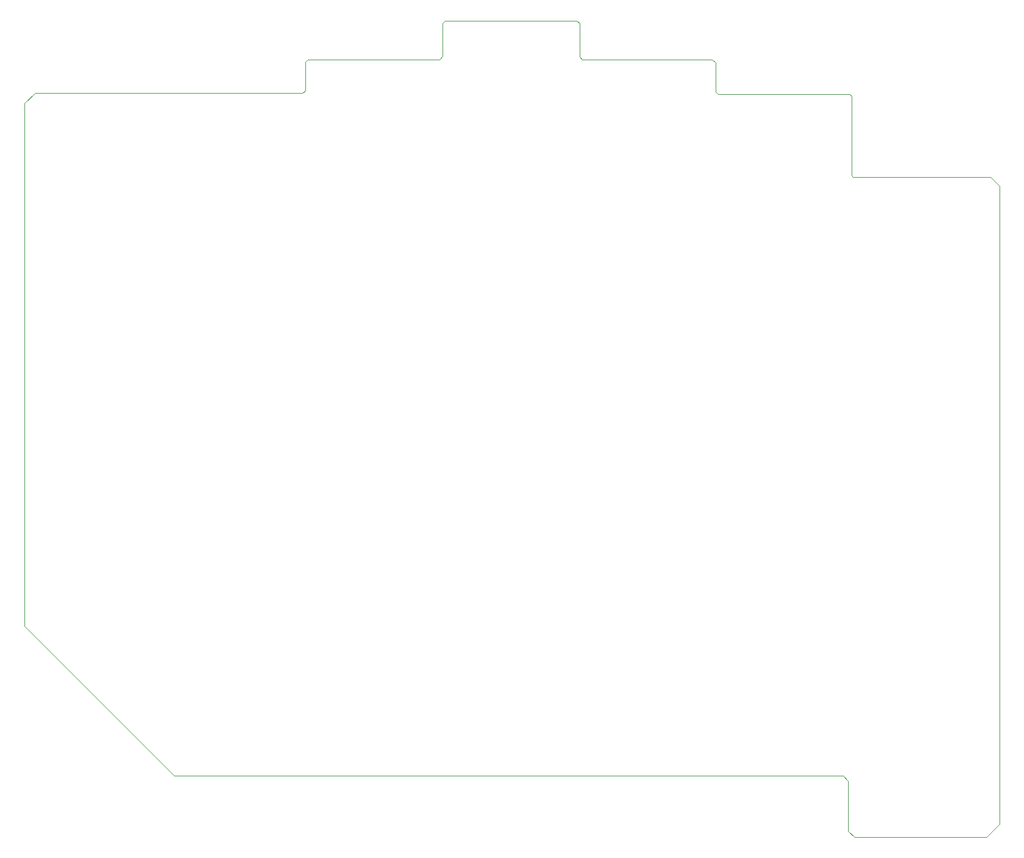
<source format=gbr>
%TF.GenerationSoftware,KiCad,Pcbnew,(6.0.8)*%
%TF.CreationDate,2023-02-14T17:54:26+07:00*%
%TF.ProjectId,dongle_256,646f6e67-6c65-45f3-9235-362e6b696361,rev?*%
%TF.SameCoordinates,Original*%
%TF.FileFunction,Profile,NP*%
%FSLAX46Y46*%
G04 Gerber Fmt 4.6, Leading zero omitted, Abs format (unit mm)*
G04 Created by KiCad (PCBNEW (6.0.8)) date 2023-02-14 17:54:26*
%MOMM*%
%LPD*%
G01*
G04 APERTURE LIST*
%TA.AperFunction,Profile*%
%ADD10C,0.100000*%
%TD*%
G04 APERTURE END LIST*
D10*
X164200000Y-147050000D02*
X145500000Y-147050000D01*
X67900000Y-36600000D02*
X86550000Y-36600000D01*
X87350000Y-31100000D02*
X106050000Y-31100000D01*
X27700000Y-42850000D02*
X29150000Y-41400000D01*
X87000000Y-36150000D02*
X87000000Y-31450000D01*
X106450000Y-36250000D02*
X106800000Y-36600000D01*
X29150000Y-41400000D02*
X67100000Y-41400000D01*
X125300000Y-36600000D02*
X125750000Y-37050000D01*
X166050000Y-145200000D02*
X164200000Y-147050000D01*
X144600000Y-146150000D02*
X144600000Y-139050000D01*
X125750000Y-37050000D02*
X125750000Y-41200000D01*
X144800000Y-41550000D02*
X145100000Y-41850000D01*
X27700000Y-117100000D02*
X27700000Y-42850000D01*
X145300000Y-53300000D02*
X164800000Y-53300000D01*
X143900000Y-138350000D02*
X48950000Y-138350000D01*
X144600000Y-139050000D02*
X143900000Y-138350000D01*
X86550000Y-36600000D02*
X87000000Y-36150000D01*
X125750000Y-41200000D02*
X126100000Y-41550000D01*
X106800000Y-36600000D02*
X125300000Y-36600000D01*
X164800000Y-53300000D02*
X166050000Y-54550000D01*
X145300000Y-53300000D02*
X145100000Y-53100000D01*
X48950000Y-138350000D02*
X27700000Y-117100000D01*
X145100000Y-41850000D02*
X145100000Y-53100000D01*
X67500000Y-41000000D02*
X67500000Y-37000000D01*
X106450000Y-31500000D02*
X106450000Y-36250000D01*
X67100000Y-41400000D02*
X67500000Y-41000000D01*
X166050000Y-145200000D02*
X166050000Y-54550000D01*
X67500000Y-37000000D02*
X67900000Y-36600000D01*
X145500000Y-147050000D02*
X144600000Y-146150000D01*
X126100000Y-41550000D02*
X144800000Y-41550000D01*
X106050000Y-31100000D02*
X106450000Y-31500000D01*
X87000000Y-31450000D02*
X87350000Y-31100000D01*
M02*

</source>
